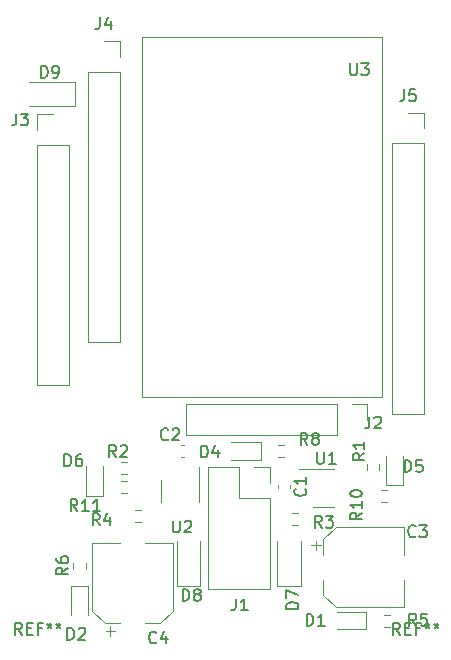
<source format=gbr>
%TF.GenerationSoftware,KiCad,Pcbnew,7.0.9*%
%TF.CreationDate,2024-05-10T23:34:41+03:00*%
%TF.ProjectId,switch emergent,73776974-6368-4206-956d-657267656e74,rev?*%
%TF.SameCoordinates,Original*%
%TF.FileFunction,Legend,Top*%
%TF.FilePolarity,Positive*%
%FSLAX46Y46*%
G04 Gerber Fmt 4.6, Leading zero omitted, Abs format (unit mm)*
G04 Created by KiCad (PCBNEW 7.0.9) date 2024-05-10 23:34:41*
%MOMM*%
%LPD*%
G01*
G04 APERTURE LIST*
%ADD10C,0.150000*%
%ADD11C,0.120000*%
G04 APERTURE END LIST*
D10*
X70033333Y-117359580D02*
X69985714Y-117407200D01*
X69985714Y-117407200D02*
X69842857Y-117454819D01*
X69842857Y-117454819D02*
X69747619Y-117454819D01*
X69747619Y-117454819D02*
X69604762Y-117407200D01*
X69604762Y-117407200D02*
X69509524Y-117311961D01*
X69509524Y-117311961D02*
X69461905Y-117216723D01*
X69461905Y-117216723D02*
X69414286Y-117026247D01*
X69414286Y-117026247D02*
X69414286Y-116883390D01*
X69414286Y-116883390D02*
X69461905Y-116692914D01*
X69461905Y-116692914D02*
X69509524Y-116597676D01*
X69509524Y-116597676D02*
X69604762Y-116502438D01*
X69604762Y-116502438D02*
X69747619Y-116454819D01*
X69747619Y-116454819D02*
X69842857Y-116454819D01*
X69842857Y-116454819D02*
X69985714Y-116502438D01*
X69985714Y-116502438D02*
X70033333Y-116550057D01*
X70890476Y-116788152D02*
X70890476Y-117454819D01*
X70652381Y-116407200D02*
X70414286Y-117121485D01*
X70414286Y-117121485D02*
X71033333Y-117121485D01*
X82761905Y-115954819D02*
X82761905Y-114954819D01*
X82761905Y-114954819D02*
X83000000Y-114954819D01*
X83000000Y-114954819D02*
X83142857Y-115002438D01*
X83142857Y-115002438D02*
X83238095Y-115097676D01*
X83238095Y-115097676D02*
X83285714Y-115192914D01*
X83285714Y-115192914D02*
X83333333Y-115383390D01*
X83333333Y-115383390D02*
X83333333Y-115526247D01*
X83333333Y-115526247D02*
X83285714Y-115716723D01*
X83285714Y-115716723D02*
X83238095Y-115811961D01*
X83238095Y-115811961D02*
X83142857Y-115907200D01*
X83142857Y-115907200D02*
X83000000Y-115954819D01*
X83000000Y-115954819D02*
X82761905Y-115954819D01*
X84285714Y-115954819D02*
X83714286Y-115954819D01*
X84000000Y-115954819D02*
X84000000Y-114954819D01*
X84000000Y-114954819D02*
X83904762Y-115097676D01*
X83904762Y-115097676D02*
X83809524Y-115192914D01*
X83809524Y-115192914D02*
X83714286Y-115240533D01*
X71438095Y-107054819D02*
X71438095Y-107864342D01*
X71438095Y-107864342D02*
X71485714Y-107959580D01*
X71485714Y-107959580D02*
X71533333Y-108007200D01*
X71533333Y-108007200D02*
X71628571Y-108054819D01*
X71628571Y-108054819D02*
X71819047Y-108054819D01*
X71819047Y-108054819D02*
X71914285Y-108007200D01*
X71914285Y-108007200D02*
X71961904Y-107959580D01*
X71961904Y-107959580D02*
X72009523Y-107864342D01*
X72009523Y-107864342D02*
X72009523Y-107054819D01*
X72438095Y-107150057D02*
X72485714Y-107102438D01*
X72485714Y-107102438D02*
X72580952Y-107054819D01*
X72580952Y-107054819D02*
X72819047Y-107054819D01*
X72819047Y-107054819D02*
X72914285Y-107102438D01*
X72914285Y-107102438D02*
X72961904Y-107150057D01*
X72961904Y-107150057D02*
X73009523Y-107245295D01*
X73009523Y-107245295D02*
X73009523Y-107340533D01*
X73009523Y-107340533D02*
X72961904Y-107483390D01*
X72961904Y-107483390D02*
X72390476Y-108054819D01*
X72390476Y-108054819D02*
X73009523Y-108054819D01*
X91983333Y-108359580D02*
X91935714Y-108407200D01*
X91935714Y-108407200D02*
X91792857Y-108454819D01*
X91792857Y-108454819D02*
X91697619Y-108454819D01*
X91697619Y-108454819D02*
X91554762Y-108407200D01*
X91554762Y-108407200D02*
X91459524Y-108311961D01*
X91459524Y-108311961D02*
X91411905Y-108216723D01*
X91411905Y-108216723D02*
X91364286Y-108026247D01*
X91364286Y-108026247D02*
X91364286Y-107883390D01*
X91364286Y-107883390D02*
X91411905Y-107692914D01*
X91411905Y-107692914D02*
X91459524Y-107597676D01*
X91459524Y-107597676D02*
X91554762Y-107502438D01*
X91554762Y-107502438D02*
X91697619Y-107454819D01*
X91697619Y-107454819D02*
X91792857Y-107454819D01*
X91792857Y-107454819D02*
X91935714Y-107502438D01*
X91935714Y-107502438D02*
X91983333Y-107550057D01*
X92316667Y-107454819D02*
X92935714Y-107454819D01*
X92935714Y-107454819D02*
X92602381Y-107835771D01*
X92602381Y-107835771D02*
X92745238Y-107835771D01*
X92745238Y-107835771D02*
X92840476Y-107883390D01*
X92840476Y-107883390D02*
X92888095Y-107931009D01*
X92888095Y-107931009D02*
X92935714Y-108026247D01*
X92935714Y-108026247D02*
X92935714Y-108264342D01*
X92935714Y-108264342D02*
X92888095Y-108359580D01*
X92888095Y-108359580D02*
X92840476Y-108407200D01*
X92840476Y-108407200D02*
X92745238Y-108454819D01*
X92745238Y-108454819D02*
X92459524Y-108454819D01*
X92459524Y-108454819D02*
X92364286Y-108407200D01*
X92364286Y-108407200D02*
X92316667Y-108359580D01*
X82833333Y-100654819D02*
X82500000Y-100178628D01*
X82261905Y-100654819D02*
X82261905Y-99654819D01*
X82261905Y-99654819D02*
X82642857Y-99654819D01*
X82642857Y-99654819D02*
X82738095Y-99702438D01*
X82738095Y-99702438D02*
X82785714Y-99750057D01*
X82785714Y-99750057D02*
X82833333Y-99845295D01*
X82833333Y-99845295D02*
X82833333Y-99988152D01*
X82833333Y-99988152D02*
X82785714Y-100083390D01*
X82785714Y-100083390D02*
X82738095Y-100131009D01*
X82738095Y-100131009D02*
X82642857Y-100178628D01*
X82642857Y-100178628D02*
X82261905Y-100178628D01*
X83404762Y-100083390D02*
X83309524Y-100035771D01*
X83309524Y-100035771D02*
X83261905Y-99988152D01*
X83261905Y-99988152D02*
X83214286Y-99892914D01*
X83214286Y-99892914D02*
X83214286Y-99845295D01*
X83214286Y-99845295D02*
X83261905Y-99750057D01*
X83261905Y-99750057D02*
X83309524Y-99702438D01*
X83309524Y-99702438D02*
X83404762Y-99654819D01*
X83404762Y-99654819D02*
X83595238Y-99654819D01*
X83595238Y-99654819D02*
X83690476Y-99702438D01*
X83690476Y-99702438D02*
X83738095Y-99750057D01*
X83738095Y-99750057D02*
X83785714Y-99845295D01*
X83785714Y-99845295D02*
X83785714Y-99892914D01*
X83785714Y-99892914D02*
X83738095Y-99988152D01*
X83738095Y-99988152D02*
X83690476Y-100035771D01*
X83690476Y-100035771D02*
X83595238Y-100083390D01*
X83595238Y-100083390D02*
X83404762Y-100083390D01*
X83404762Y-100083390D02*
X83309524Y-100131009D01*
X83309524Y-100131009D02*
X83261905Y-100178628D01*
X83261905Y-100178628D02*
X83214286Y-100273866D01*
X83214286Y-100273866D02*
X83214286Y-100464342D01*
X83214286Y-100464342D02*
X83261905Y-100559580D01*
X83261905Y-100559580D02*
X83309524Y-100607200D01*
X83309524Y-100607200D02*
X83404762Y-100654819D01*
X83404762Y-100654819D02*
X83595238Y-100654819D01*
X83595238Y-100654819D02*
X83690476Y-100607200D01*
X83690476Y-100607200D02*
X83738095Y-100559580D01*
X83738095Y-100559580D02*
X83785714Y-100464342D01*
X83785714Y-100464342D02*
X83785714Y-100273866D01*
X83785714Y-100273866D02*
X83738095Y-100178628D01*
X83738095Y-100178628D02*
X83690476Y-100131009D01*
X83690476Y-100131009D02*
X83595238Y-100083390D01*
X63357142Y-106254819D02*
X63023809Y-105778628D01*
X62785714Y-106254819D02*
X62785714Y-105254819D01*
X62785714Y-105254819D02*
X63166666Y-105254819D01*
X63166666Y-105254819D02*
X63261904Y-105302438D01*
X63261904Y-105302438D02*
X63309523Y-105350057D01*
X63309523Y-105350057D02*
X63357142Y-105445295D01*
X63357142Y-105445295D02*
X63357142Y-105588152D01*
X63357142Y-105588152D02*
X63309523Y-105683390D01*
X63309523Y-105683390D02*
X63261904Y-105731009D01*
X63261904Y-105731009D02*
X63166666Y-105778628D01*
X63166666Y-105778628D02*
X62785714Y-105778628D01*
X64309523Y-106254819D02*
X63738095Y-106254819D01*
X64023809Y-106254819D02*
X64023809Y-105254819D01*
X64023809Y-105254819D02*
X63928571Y-105397676D01*
X63928571Y-105397676D02*
X63833333Y-105492914D01*
X63833333Y-105492914D02*
X63738095Y-105540533D01*
X65261904Y-106254819D02*
X64690476Y-106254819D01*
X64976190Y-106254819D02*
X64976190Y-105254819D01*
X64976190Y-105254819D02*
X64880952Y-105397676D01*
X64880952Y-105397676D02*
X64785714Y-105492914D01*
X64785714Y-105492914D02*
X64690476Y-105540533D01*
X66633333Y-101654819D02*
X66300000Y-101178628D01*
X66061905Y-101654819D02*
X66061905Y-100654819D01*
X66061905Y-100654819D02*
X66442857Y-100654819D01*
X66442857Y-100654819D02*
X66538095Y-100702438D01*
X66538095Y-100702438D02*
X66585714Y-100750057D01*
X66585714Y-100750057D02*
X66633333Y-100845295D01*
X66633333Y-100845295D02*
X66633333Y-100988152D01*
X66633333Y-100988152D02*
X66585714Y-101083390D01*
X66585714Y-101083390D02*
X66538095Y-101131009D01*
X66538095Y-101131009D02*
X66442857Y-101178628D01*
X66442857Y-101178628D02*
X66061905Y-101178628D01*
X67014286Y-100750057D02*
X67061905Y-100702438D01*
X67061905Y-100702438D02*
X67157143Y-100654819D01*
X67157143Y-100654819D02*
X67395238Y-100654819D01*
X67395238Y-100654819D02*
X67490476Y-100702438D01*
X67490476Y-100702438D02*
X67538095Y-100750057D01*
X67538095Y-100750057D02*
X67585714Y-100845295D01*
X67585714Y-100845295D02*
X67585714Y-100940533D01*
X67585714Y-100940533D02*
X67538095Y-101083390D01*
X67538095Y-101083390D02*
X66966667Y-101654819D01*
X66966667Y-101654819D02*
X67585714Y-101654819D01*
X86438095Y-68354819D02*
X86438095Y-69164342D01*
X86438095Y-69164342D02*
X86485714Y-69259580D01*
X86485714Y-69259580D02*
X86533333Y-69307200D01*
X86533333Y-69307200D02*
X86628571Y-69354819D01*
X86628571Y-69354819D02*
X86819047Y-69354819D01*
X86819047Y-69354819D02*
X86914285Y-69307200D01*
X86914285Y-69307200D02*
X86961904Y-69259580D01*
X86961904Y-69259580D02*
X87009523Y-69164342D01*
X87009523Y-69164342D02*
X87009523Y-68354819D01*
X87390476Y-68354819D02*
X88009523Y-68354819D01*
X88009523Y-68354819D02*
X87676190Y-68735771D01*
X87676190Y-68735771D02*
X87819047Y-68735771D01*
X87819047Y-68735771D02*
X87914285Y-68783390D01*
X87914285Y-68783390D02*
X87961904Y-68831009D01*
X87961904Y-68831009D02*
X88009523Y-68926247D01*
X88009523Y-68926247D02*
X88009523Y-69164342D01*
X88009523Y-69164342D02*
X87961904Y-69259580D01*
X87961904Y-69259580D02*
X87914285Y-69307200D01*
X87914285Y-69307200D02*
X87819047Y-69354819D01*
X87819047Y-69354819D02*
X87533333Y-69354819D01*
X87533333Y-69354819D02*
X87438095Y-69307200D01*
X87438095Y-69307200D02*
X87390476Y-69259580D01*
X82054819Y-114538094D02*
X81054819Y-114538094D01*
X81054819Y-114538094D02*
X81054819Y-114299999D01*
X81054819Y-114299999D02*
X81102438Y-114157142D01*
X81102438Y-114157142D02*
X81197676Y-114061904D01*
X81197676Y-114061904D02*
X81292914Y-114014285D01*
X81292914Y-114014285D02*
X81483390Y-113966666D01*
X81483390Y-113966666D02*
X81626247Y-113966666D01*
X81626247Y-113966666D02*
X81816723Y-114014285D01*
X81816723Y-114014285D02*
X81911961Y-114061904D01*
X81911961Y-114061904D02*
X82007200Y-114157142D01*
X82007200Y-114157142D02*
X82054819Y-114299999D01*
X82054819Y-114299999D02*
X82054819Y-114538094D01*
X81054819Y-113633332D02*
X81054819Y-112966666D01*
X81054819Y-112966666D02*
X82054819Y-113395237D01*
X65233333Y-107454819D02*
X64900000Y-106978628D01*
X64661905Y-107454819D02*
X64661905Y-106454819D01*
X64661905Y-106454819D02*
X65042857Y-106454819D01*
X65042857Y-106454819D02*
X65138095Y-106502438D01*
X65138095Y-106502438D02*
X65185714Y-106550057D01*
X65185714Y-106550057D02*
X65233333Y-106645295D01*
X65233333Y-106645295D02*
X65233333Y-106788152D01*
X65233333Y-106788152D02*
X65185714Y-106883390D01*
X65185714Y-106883390D02*
X65138095Y-106931009D01*
X65138095Y-106931009D02*
X65042857Y-106978628D01*
X65042857Y-106978628D02*
X64661905Y-106978628D01*
X66090476Y-106788152D02*
X66090476Y-107454819D01*
X65852381Y-106407200D02*
X65614286Y-107121485D01*
X65614286Y-107121485D02*
X66233333Y-107121485D01*
X91016666Y-70544819D02*
X91016666Y-71259104D01*
X91016666Y-71259104D02*
X90969047Y-71401961D01*
X90969047Y-71401961D02*
X90873809Y-71497200D01*
X90873809Y-71497200D02*
X90730952Y-71544819D01*
X90730952Y-71544819D02*
X90635714Y-71544819D01*
X91969047Y-70544819D02*
X91492857Y-70544819D01*
X91492857Y-70544819D02*
X91445238Y-71021009D01*
X91445238Y-71021009D02*
X91492857Y-70973390D01*
X91492857Y-70973390D02*
X91588095Y-70925771D01*
X91588095Y-70925771D02*
X91826190Y-70925771D01*
X91826190Y-70925771D02*
X91921428Y-70973390D01*
X91921428Y-70973390D02*
X91969047Y-71021009D01*
X91969047Y-71021009D02*
X92016666Y-71116247D01*
X92016666Y-71116247D02*
X92016666Y-71354342D01*
X92016666Y-71354342D02*
X91969047Y-71449580D01*
X91969047Y-71449580D02*
X91921428Y-71497200D01*
X91921428Y-71497200D02*
X91826190Y-71544819D01*
X91826190Y-71544819D02*
X91588095Y-71544819D01*
X91588095Y-71544819D02*
X91492857Y-71497200D01*
X91492857Y-71497200D02*
X91445238Y-71449580D01*
X83638095Y-101254819D02*
X83638095Y-102064342D01*
X83638095Y-102064342D02*
X83685714Y-102159580D01*
X83685714Y-102159580D02*
X83733333Y-102207200D01*
X83733333Y-102207200D02*
X83828571Y-102254819D01*
X83828571Y-102254819D02*
X84019047Y-102254819D01*
X84019047Y-102254819D02*
X84114285Y-102207200D01*
X84114285Y-102207200D02*
X84161904Y-102159580D01*
X84161904Y-102159580D02*
X84209523Y-102064342D01*
X84209523Y-102064342D02*
X84209523Y-101254819D01*
X85209523Y-102254819D02*
X84638095Y-102254819D01*
X84923809Y-102254819D02*
X84923809Y-101254819D01*
X84923809Y-101254819D02*
X84828571Y-101397676D01*
X84828571Y-101397676D02*
X84733333Y-101492914D01*
X84733333Y-101492914D02*
X84638095Y-101540533D01*
X90666666Y-116704819D02*
X90333333Y-116228628D01*
X90095238Y-116704819D02*
X90095238Y-115704819D01*
X90095238Y-115704819D02*
X90476190Y-115704819D01*
X90476190Y-115704819D02*
X90571428Y-115752438D01*
X90571428Y-115752438D02*
X90619047Y-115800057D01*
X90619047Y-115800057D02*
X90666666Y-115895295D01*
X90666666Y-115895295D02*
X90666666Y-116038152D01*
X90666666Y-116038152D02*
X90619047Y-116133390D01*
X90619047Y-116133390D02*
X90571428Y-116181009D01*
X90571428Y-116181009D02*
X90476190Y-116228628D01*
X90476190Y-116228628D02*
X90095238Y-116228628D01*
X91095238Y-116181009D02*
X91428571Y-116181009D01*
X91571428Y-116704819D02*
X91095238Y-116704819D01*
X91095238Y-116704819D02*
X91095238Y-115704819D01*
X91095238Y-115704819D02*
X91571428Y-115704819D01*
X92333333Y-116181009D02*
X92000000Y-116181009D01*
X92000000Y-116704819D02*
X92000000Y-115704819D01*
X92000000Y-115704819D02*
X92476190Y-115704819D01*
X93000000Y-115704819D02*
X93000000Y-115942914D01*
X92761905Y-115847676D02*
X93000000Y-115942914D01*
X93000000Y-115942914D02*
X93238095Y-115847676D01*
X92857143Y-116133390D02*
X93000000Y-115942914D01*
X93000000Y-115942914D02*
X93142857Y-116133390D01*
X93761905Y-115704819D02*
X93761905Y-115942914D01*
X93523810Y-115847676D02*
X93761905Y-115942914D01*
X93761905Y-115942914D02*
X94000000Y-115847676D01*
X93619048Y-116133390D02*
X93761905Y-115942914D01*
X93761905Y-115942914D02*
X93904762Y-116133390D01*
X82639580Y-104354166D02*
X82687200Y-104401785D01*
X82687200Y-104401785D02*
X82734819Y-104544642D01*
X82734819Y-104544642D02*
X82734819Y-104639880D01*
X82734819Y-104639880D02*
X82687200Y-104782737D01*
X82687200Y-104782737D02*
X82591961Y-104877975D01*
X82591961Y-104877975D02*
X82496723Y-104925594D01*
X82496723Y-104925594D02*
X82306247Y-104973213D01*
X82306247Y-104973213D02*
X82163390Y-104973213D01*
X82163390Y-104973213D02*
X81972914Y-104925594D01*
X81972914Y-104925594D02*
X81877676Y-104877975D01*
X81877676Y-104877975D02*
X81782438Y-104782737D01*
X81782438Y-104782737D02*
X81734819Y-104639880D01*
X81734819Y-104639880D02*
X81734819Y-104544642D01*
X81734819Y-104544642D02*
X81782438Y-104401785D01*
X81782438Y-104401785D02*
X81830057Y-104354166D01*
X82734819Y-103401785D02*
X82734819Y-103973213D01*
X82734819Y-103687499D02*
X81734819Y-103687499D01*
X81734819Y-103687499D02*
X81877676Y-103782737D01*
X81877676Y-103782737D02*
X81972914Y-103877975D01*
X81972914Y-103877975D02*
X82020533Y-103973213D01*
X58166666Y-72604819D02*
X58166666Y-73319104D01*
X58166666Y-73319104D02*
X58119047Y-73461961D01*
X58119047Y-73461961D02*
X58023809Y-73557200D01*
X58023809Y-73557200D02*
X57880952Y-73604819D01*
X57880952Y-73604819D02*
X57785714Y-73604819D01*
X58547619Y-72604819D02*
X59166666Y-72604819D01*
X59166666Y-72604819D02*
X58833333Y-72985771D01*
X58833333Y-72985771D02*
X58976190Y-72985771D01*
X58976190Y-72985771D02*
X59071428Y-73033390D01*
X59071428Y-73033390D02*
X59119047Y-73081009D01*
X59119047Y-73081009D02*
X59166666Y-73176247D01*
X59166666Y-73176247D02*
X59166666Y-73414342D01*
X59166666Y-73414342D02*
X59119047Y-73509580D01*
X59119047Y-73509580D02*
X59071428Y-73557200D01*
X59071428Y-73557200D02*
X58976190Y-73604819D01*
X58976190Y-73604819D02*
X58690476Y-73604819D01*
X58690476Y-73604819D02*
X58595238Y-73557200D01*
X58595238Y-73557200D02*
X58547619Y-73509580D01*
X65266666Y-64454819D02*
X65266666Y-65169104D01*
X65266666Y-65169104D02*
X65219047Y-65311961D01*
X65219047Y-65311961D02*
X65123809Y-65407200D01*
X65123809Y-65407200D02*
X64980952Y-65454819D01*
X64980952Y-65454819D02*
X64885714Y-65454819D01*
X66171428Y-64788152D02*
X66171428Y-65454819D01*
X65933333Y-64407200D02*
X65695238Y-65121485D01*
X65695238Y-65121485D02*
X66314285Y-65121485D01*
X87654819Y-101341666D02*
X87178628Y-101674999D01*
X87654819Y-101913094D02*
X86654819Y-101913094D01*
X86654819Y-101913094D02*
X86654819Y-101532142D01*
X86654819Y-101532142D02*
X86702438Y-101436904D01*
X86702438Y-101436904D02*
X86750057Y-101389285D01*
X86750057Y-101389285D02*
X86845295Y-101341666D01*
X86845295Y-101341666D02*
X86988152Y-101341666D01*
X86988152Y-101341666D02*
X87083390Y-101389285D01*
X87083390Y-101389285D02*
X87131009Y-101436904D01*
X87131009Y-101436904D02*
X87178628Y-101532142D01*
X87178628Y-101532142D02*
X87178628Y-101913094D01*
X87654819Y-100389285D02*
X87654819Y-100960713D01*
X87654819Y-100674999D02*
X86654819Y-100674999D01*
X86654819Y-100674999D02*
X86797676Y-100770237D01*
X86797676Y-100770237D02*
X86892914Y-100865475D01*
X86892914Y-100865475D02*
X86940533Y-100960713D01*
X88066666Y-98254819D02*
X88066666Y-98969104D01*
X88066666Y-98969104D02*
X88019047Y-99111961D01*
X88019047Y-99111961D02*
X87923809Y-99207200D01*
X87923809Y-99207200D02*
X87780952Y-99254819D01*
X87780952Y-99254819D02*
X87685714Y-99254819D01*
X88495238Y-98350057D02*
X88542857Y-98302438D01*
X88542857Y-98302438D02*
X88638095Y-98254819D01*
X88638095Y-98254819D02*
X88876190Y-98254819D01*
X88876190Y-98254819D02*
X88971428Y-98302438D01*
X88971428Y-98302438D02*
X89019047Y-98350057D01*
X89019047Y-98350057D02*
X89066666Y-98445295D01*
X89066666Y-98445295D02*
X89066666Y-98540533D01*
X89066666Y-98540533D02*
X89019047Y-98683390D01*
X89019047Y-98683390D02*
X88447619Y-99254819D01*
X88447619Y-99254819D02*
X89066666Y-99254819D01*
X71033333Y-100159580D02*
X70985714Y-100207200D01*
X70985714Y-100207200D02*
X70842857Y-100254819D01*
X70842857Y-100254819D02*
X70747619Y-100254819D01*
X70747619Y-100254819D02*
X70604762Y-100207200D01*
X70604762Y-100207200D02*
X70509524Y-100111961D01*
X70509524Y-100111961D02*
X70461905Y-100016723D01*
X70461905Y-100016723D02*
X70414286Y-99826247D01*
X70414286Y-99826247D02*
X70414286Y-99683390D01*
X70414286Y-99683390D02*
X70461905Y-99492914D01*
X70461905Y-99492914D02*
X70509524Y-99397676D01*
X70509524Y-99397676D02*
X70604762Y-99302438D01*
X70604762Y-99302438D02*
X70747619Y-99254819D01*
X70747619Y-99254819D02*
X70842857Y-99254819D01*
X70842857Y-99254819D02*
X70985714Y-99302438D01*
X70985714Y-99302438D02*
X71033333Y-99350057D01*
X71414286Y-99350057D02*
X71461905Y-99302438D01*
X71461905Y-99302438D02*
X71557143Y-99254819D01*
X71557143Y-99254819D02*
X71795238Y-99254819D01*
X71795238Y-99254819D02*
X71890476Y-99302438D01*
X71890476Y-99302438D02*
X71938095Y-99350057D01*
X71938095Y-99350057D02*
X71985714Y-99445295D01*
X71985714Y-99445295D02*
X71985714Y-99540533D01*
X71985714Y-99540533D02*
X71938095Y-99683390D01*
X71938095Y-99683390D02*
X71366667Y-100254819D01*
X71366667Y-100254819D02*
X71985714Y-100254819D01*
X60261905Y-69554819D02*
X60261905Y-68554819D01*
X60261905Y-68554819D02*
X60500000Y-68554819D01*
X60500000Y-68554819D02*
X60642857Y-68602438D01*
X60642857Y-68602438D02*
X60738095Y-68697676D01*
X60738095Y-68697676D02*
X60785714Y-68792914D01*
X60785714Y-68792914D02*
X60833333Y-68983390D01*
X60833333Y-68983390D02*
X60833333Y-69126247D01*
X60833333Y-69126247D02*
X60785714Y-69316723D01*
X60785714Y-69316723D02*
X60738095Y-69411961D01*
X60738095Y-69411961D02*
X60642857Y-69507200D01*
X60642857Y-69507200D02*
X60500000Y-69554819D01*
X60500000Y-69554819D02*
X60261905Y-69554819D01*
X61309524Y-69554819D02*
X61500000Y-69554819D01*
X61500000Y-69554819D02*
X61595238Y-69507200D01*
X61595238Y-69507200D02*
X61642857Y-69459580D01*
X61642857Y-69459580D02*
X61738095Y-69316723D01*
X61738095Y-69316723D02*
X61785714Y-69126247D01*
X61785714Y-69126247D02*
X61785714Y-68745295D01*
X61785714Y-68745295D02*
X61738095Y-68650057D01*
X61738095Y-68650057D02*
X61690476Y-68602438D01*
X61690476Y-68602438D02*
X61595238Y-68554819D01*
X61595238Y-68554819D02*
X61404762Y-68554819D01*
X61404762Y-68554819D02*
X61309524Y-68602438D01*
X61309524Y-68602438D02*
X61261905Y-68650057D01*
X61261905Y-68650057D02*
X61214286Y-68745295D01*
X61214286Y-68745295D02*
X61214286Y-68983390D01*
X61214286Y-68983390D02*
X61261905Y-69078628D01*
X61261905Y-69078628D02*
X61309524Y-69126247D01*
X61309524Y-69126247D02*
X61404762Y-69173866D01*
X61404762Y-69173866D02*
X61595238Y-69173866D01*
X61595238Y-69173866D02*
X61690476Y-69126247D01*
X61690476Y-69126247D02*
X61738095Y-69078628D01*
X61738095Y-69078628D02*
X61785714Y-68983390D01*
X87454819Y-106392857D02*
X86978628Y-106726190D01*
X87454819Y-106964285D02*
X86454819Y-106964285D01*
X86454819Y-106964285D02*
X86454819Y-106583333D01*
X86454819Y-106583333D02*
X86502438Y-106488095D01*
X86502438Y-106488095D02*
X86550057Y-106440476D01*
X86550057Y-106440476D02*
X86645295Y-106392857D01*
X86645295Y-106392857D02*
X86788152Y-106392857D01*
X86788152Y-106392857D02*
X86883390Y-106440476D01*
X86883390Y-106440476D02*
X86931009Y-106488095D01*
X86931009Y-106488095D02*
X86978628Y-106583333D01*
X86978628Y-106583333D02*
X86978628Y-106964285D01*
X87454819Y-105440476D02*
X87454819Y-106011904D01*
X87454819Y-105726190D02*
X86454819Y-105726190D01*
X86454819Y-105726190D02*
X86597676Y-105821428D01*
X86597676Y-105821428D02*
X86692914Y-105916666D01*
X86692914Y-105916666D02*
X86740533Y-106011904D01*
X86454819Y-104821428D02*
X86454819Y-104726190D01*
X86454819Y-104726190D02*
X86502438Y-104630952D01*
X86502438Y-104630952D02*
X86550057Y-104583333D01*
X86550057Y-104583333D02*
X86645295Y-104535714D01*
X86645295Y-104535714D02*
X86835771Y-104488095D01*
X86835771Y-104488095D02*
X87073866Y-104488095D01*
X87073866Y-104488095D02*
X87264342Y-104535714D01*
X87264342Y-104535714D02*
X87359580Y-104583333D01*
X87359580Y-104583333D02*
X87407200Y-104630952D01*
X87407200Y-104630952D02*
X87454819Y-104726190D01*
X87454819Y-104726190D02*
X87454819Y-104821428D01*
X87454819Y-104821428D02*
X87407200Y-104916666D01*
X87407200Y-104916666D02*
X87359580Y-104964285D01*
X87359580Y-104964285D02*
X87264342Y-105011904D01*
X87264342Y-105011904D02*
X87073866Y-105059523D01*
X87073866Y-105059523D02*
X86835771Y-105059523D01*
X86835771Y-105059523D02*
X86645295Y-105011904D01*
X86645295Y-105011904D02*
X86550057Y-104964285D01*
X86550057Y-104964285D02*
X86502438Y-104916666D01*
X86502438Y-104916666D02*
X86454819Y-104821428D01*
X58666666Y-116704819D02*
X58333333Y-116228628D01*
X58095238Y-116704819D02*
X58095238Y-115704819D01*
X58095238Y-115704819D02*
X58476190Y-115704819D01*
X58476190Y-115704819D02*
X58571428Y-115752438D01*
X58571428Y-115752438D02*
X58619047Y-115800057D01*
X58619047Y-115800057D02*
X58666666Y-115895295D01*
X58666666Y-115895295D02*
X58666666Y-116038152D01*
X58666666Y-116038152D02*
X58619047Y-116133390D01*
X58619047Y-116133390D02*
X58571428Y-116181009D01*
X58571428Y-116181009D02*
X58476190Y-116228628D01*
X58476190Y-116228628D02*
X58095238Y-116228628D01*
X59095238Y-116181009D02*
X59428571Y-116181009D01*
X59571428Y-116704819D02*
X59095238Y-116704819D01*
X59095238Y-116704819D02*
X59095238Y-115704819D01*
X59095238Y-115704819D02*
X59571428Y-115704819D01*
X60333333Y-116181009D02*
X60000000Y-116181009D01*
X60000000Y-116704819D02*
X60000000Y-115704819D01*
X60000000Y-115704819D02*
X60476190Y-115704819D01*
X61000000Y-115704819D02*
X61000000Y-115942914D01*
X60761905Y-115847676D02*
X61000000Y-115942914D01*
X61000000Y-115942914D02*
X61238095Y-115847676D01*
X60857143Y-116133390D02*
X61000000Y-115942914D01*
X61000000Y-115942914D02*
X61142857Y-116133390D01*
X61761905Y-115704819D02*
X61761905Y-115942914D01*
X61523810Y-115847676D02*
X61761905Y-115942914D01*
X61761905Y-115942914D02*
X62000000Y-115847676D01*
X61619048Y-116133390D02*
X61761905Y-115942914D01*
X61761905Y-115942914D02*
X61904762Y-116133390D01*
X76766666Y-113654819D02*
X76766666Y-114369104D01*
X76766666Y-114369104D02*
X76719047Y-114511961D01*
X76719047Y-114511961D02*
X76623809Y-114607200D01*
X76623809Y-114607200D02*
X76480952Y-114654819D01*
X76480952Y-114654819D02*
X76385714Y-114654819D01*
X77766666Y-114654819D02*
X77195238Y-114654819D01*
X77480952Y-114654819D02*
X77480952Y-113654819D01*
X77480952Y-113654819D02*
X77385714Y-113797676D01*
X77385714Y-113797676D02*
X77290476Y-113892914D01*
X77290476Y-113892914D02*
X77195238Y-113940533D01*
X72261905Y-113854819D02*
X72261905Y-112854819D01*
X72261905Y-112854819D02*
X72500000Y-112854819D01*
X72500000Y-112854819D02*
X72642857Y-112902438D01*
X72642857Y-112902438D02*
X72738095Y-112997676D01*
X72738095Y-112997676D02*
X72785714Y-113092914D01*
X72785714Y-113092914D02*
X72833333Y-113283390D01*
X72833333Y-113283390D02*
X72833333Y-113426247D01*
X72833333Y-113426247D02*
X72785714Y-113616723D01*
X72785714Y-113616723D02*
X72738095Y-113711961D01*
X72738095Y-113711961D02*
X72642857Y-113807200D01*
X72642857Y-113807200D02*
X72500000Y-113854819D01*
X72500000Y-113854819D02*
X72261905Y-113854819D01*
X73404762Y-113283390D02*
X73309524Y-113235771D01*
X73309524Y-113235771D02*
X73261905Y-113188152D01*
X73261905Y-113188152D02*
X73214286Y-113092914D01*
X73214286Y-113092914D02*
X73214286Y-113045295D01*
X73214286Y-113045295D02*
X73261905Y-112950057D01*
X73261905Y-112950057D02*
X73309524Y-112902438D01*
X73309524Y-112902438D02*
X73404762Y-112854819D01*
X73404762Y-112854819D02*
X73595238Y-112854819D01*
X73595238Y-112854819D02*
X73690476Y-112902438D01*
X73690476Y-112902438D02*
X73738095Y-112950057D01*
X73738095Y-112950057D02*
X73785714Y-113045295D01*
X73785714Y-113045295D02*
X73785714Y-113092914D01*
X73785714Y-113092914D02*
X73738095Y-113188152D01*
X73738095Y-113188152D02*
X73690476Y-113235771D01*
X73690476Y-113235771D02*
X73595238Y-113283390D01*
X73595238Y-113283390D02*
X73404762Y-113283390D01*
X73404762Y-113283390D02*
X73309524Y-113331009D01*
X73309524Y-113331009D02*
X73261905Y-113378628D01*
X73261905Y-113378628D02*
X73214286Y-113473866D01*
X73214286Y-113473866D02*
X73214286Y-113664342D01*
X73214286Y-113664342D02*
X73261905Y-113759580D01*
X73261905Y-113759580D02*
X73309524Y-113807200D01*
X73309524Y-113807200D02*
X73404762Y-113854819D01*
X73404762Y-113854819D02*
X73595238Y-113854819D01*
X73595238Y-113854819D02*
X73690476Y-113807200D01*
X73690476Y-113807200D02*
X73738095Y-113759580D01*
X73738095Y-113759580D02*
X73785714Y-113664342D01*
X73785714Y-113664342D02*
X73785714Y-113473866D01*
X73785714Y-113473866D02*
X73738095Y-113378628D01*
X73738095Y-113378628D02*
X73690476Y-113331009D01*
X73690476Y-113331009D02*
X73595238Y-113283390D01*
X91061905Y-102929819D02*
X91061905Y-101929819D01*
X91061905Y-101929819D02*
X91300000Y-101929819D01*
X91300000Y-101929819D02*
X91442857Y-101977438D01*
X91442857Y-101977438D02*
X91538095Y-102072676D01*
X91538095Y-102072676D02*
X91585714Y-102167914D01*
X91585714Y-102167914D02*
X91633333Y-102358390D01*
X91633333Y-102358390D02*
X91633333Y-102501247D01*
X91633333Y-102501247D02*
X91585714Y-102691723D01*
X91585714Y-102691723D02*
X91538095Y-102786961D01*
X91538095Y-102786961D02*
X91442857Y-102882200D01*
X91442857Y-102882200D02*
X91300000Y-102929819D01*
X91300000Y-102929819D02*
X91061905Y-102929819D01*
X92538095Y-101929819D02*
X92061905Y-101929819D01*
X92061905Y-101929819D02*
X92014286Y-102406009D01*
X92014286Y-102406009D02*
X92061905Y-102358390D01*
X92061905Y-102358390D02*
X92157143Y-102310771D01*
X92157143Y-102310771D02*
X92395238Y-102310771D01*
X92395238Y-102310771D02*
X92490476Y-102358390D01*
X92490476Y-102358390D02*
X92538095Y-102406009D01*
X92538095Y-102406009D02*
X92585714Y-102501247D01*
X92585714Y-102501247D02*
X92585714Y-102739342D01*
X92585714Y-102739342D02*
X92538095Y-102834580D01*
X92538095Y-102834580D02*
X92490476Y-102882200D01*
X92490476Y-102882200D02*
X92395238Y-102929819D01*
X92395238Y-102929819D02*
X92157143Y-102929819D01*
X92157143Y-102929819D02*
X92061905Y-102882200D01*
X92061905Y-102882200D02*
X92014286Y-102834580D01*
X73836905Y-101704819D02*
X73836905Y-100704819D01*
X73836905Y-100704819D02*
X74075000Y-100704819D01*
X74075000Y-100704819D02*
X74217857Y-100752438D01*
X74217857Y-100752438D02*
X74313095Y-100847676D01*
X74313095Y-100847676D02*
X74360714Y-100942914D01*
X74360714Y-100942914D02*
X74408333Y-101133390D01*
X74408333Y-101133390D02*
X74408333Y-101276247D01*
X74408333Y-101276247D02*
X74360714Y-101466723D01*
X74360714Y-101466723D02*
X74313095Y-101561961D01*
X74313095Y-101561961D02*
X74217857Y-101657200D01*
X74217857Y-101657200D02*
X74075000Y-101704819D01*
X74075000Y-101704819D02*
X73836905Y-101704819D01*
X75265476Y-101038152D02*
X75265476Y-101704819D01*
X75027381Y-100657200D02*
X74789286Y-101371485D01*
X74789286Y-101371485D02*
X75408333Y-101371485D01*
X62261905Y-102454819D02*
X62261905Y-101454819D01*
X62261905Y-101454819D02*
X62500000Y-101454819D01*
X62500000Y-101454819D02*
X62642857Y-101502438D01*
X62642857Y-101502438D02*
X62738095Y-101597676D01*
X62738095Y-101597676D02*
X62785714Y-101692914D01*
X62785714Y-101692914D02*
X62833333Y-101883390D01*
X62833333Y-101883390D02*
X62833333Y-102026247D01*
X62833333Y-102026247D02*
X62785714Y-102216723D01*
X62785714Y-102216723D02*
X62738095Y-102311961D01*
X62738095Y-102311961D02*
X62642857Y-102407200D01*
X62642857Y-102407200D02*
X62500000Y-102454819D01*
X62500000Y-102454819D02*
X62261905Y-102454819D01*
X63690476Y-101454819D02*
X63500000Y-101454819D01*
X63500000Y-101454819D02*
X63404762Y-101502438D01*
X63404762Y-101502438D02*
X63357143Y-101550057D01*
X63357143Y-101550057D02*
X63261905Y-101692914D01*
X63261905Y-101692914D02*
X63214286Y-101883390D01*
X63214286Y-101883390D02*
X63214286Y-102264342D01*
X63214286Y-102264342D02*
X63261905Y-102359580D01*
X63261905Y-102359580D02*
X63309524Y-102407200D01*
X63309524Y-102407200D02*
X63404762Y-102454819D01*
X63404762Y-102454819D02*
X63595238Y-102454819D01*
X63595238Y-102454819D02*
X63690476Y-102407200D01*
X63690476Y-102407200D02*
X63738095Y-102359580D01*
X63738095Y-102359580D02*
X63785714Y-102264342D01*
X63785714Y-102264342D02*
X63785714Y-102026247D01*
X63785714Y-102026247D02*
X63738095Y-101931009D01*
X63738095Y-101931009D02*
X63690476Y-101883390D01*
X63690476Y-101883390D02*
X63595238Y-101835771D01*
X63595238Y-101835771D02*
X63404762Y-101835771D01*
X63404762Y-101835771D02*
X63309524Y-101883390D01*
X63309524Y-101883390D02*
X63261905Y-101931009D01*
X63261905Y-101931009D02*
X63214286Y-102026247D01*
X84033333Y-107654819D02*
X83700000Y-107178628D01*
X83461905Y-107654819D02*
X83461905Y-106654819D01*
X83461905Y-106654819D02*
X83842857Y-106654819D01*
X83842857Y-106654819D02*
X83938095Y-106702438D01*
X83938095Y-106702438D02*
X83985714Y-106750057D01*
X83985714Y-106750057D02*
X84033333Y-106845295D01*
X84033333Y-106845295D02*
X84033333Y-106988152D01*
X84033333Y-106988152D02*
X83985714Y-107083390D01*
X83985714Y-107083390D02*
X83938095Y-107131009D01*
X83938095Y-107131009D02*
X83842857Y-107178628D01*
X83842857Y-107178628D02*
X83461905Y-107178628D01*
X84366667Y-106654819D02*
X84985714Y-106654819D01*
X84985714Y-106654819D02*
X84652381Y-107035771D01*
X84652381Y-107035771D02*
X84795238Y-107035771D01*
X84795238Y-107035771D02*
X84890476Y-107083390D01*
X84890476Y-107083390D02*
X84938095Y-107131009D01*
X84938095Y-107131009D02*
X84985714Y-107226247D01*
X84985714Y-107226247D02*
X84985714Y-107464342D01*
X84985714Y-107464342D02*
X84938095Y-107559580D01*
X84938095Y-107559580D02*
X84890476Y-107607200D01*
X84890476Y-107607200D02*
X84795238Y-107654819D01*
X84795238Y-107654819D02*
X84509524Y-107654819D01*
X84509524Y-107654819D02*
X84414286Y-107607200D01*
X84414286Y-107607200D02*
X84366667Y-107559580D01*
X92033333Y-115954819D02*
X91700000Y-115478628D01*
X91461905Y-115954819D02*
X91461905Y-114954819D01*
X91461905Y-114954819D02*
X91842857Y-114954819D01*
X91842857Y-114954819D02*
X91938095Y-115002438D01*
X91938095Y-115002438D02*
X91985714Y-115050057D01*
X91985714Y-115050057D02*
X92033333Y-115145295D01*
X92033333Y-115145295D02*
X92033333Y-115288152D01*
X92033333Y-115288152D02*
X91985714Y-115383390D01*
X91985714Y-115383390D02*
X91938095Y-115431009D01*
X91938095Y-115431009D02*
X91842857Y-115478628D01*
X91842857Y-115478628D02*
X91461905Y-115478628D01*
X92938095Y-114954819D02*
X92461905Y-114954819D01*
X92461905Y-114954819D02*
X92414286Y-115431009D01*
X92414286Y-115431009D02*
X92461905Y-115383390D01*
X92461905Y-115383390D02*
X92557143Y-115335771D01*
X92557143Y-115335771D02*
X92795238Y-115335771D01*
X92795238Y-115335771D02*
X92890476Y-115383390D01*
X92890476Y-115383390D02*
X92938095Y-115431009D01*
X92938095Y-115431009D02*
X92985714Y-115526247D01*
X92985714Y-115526247D02*
X92985714Y-115764342D01*
X92985714Y-115764342D02*
X92938095Y-115859580D01*
X92938095Y-115859580D02*
X92890476Y-115907200D01*
X92890476Y-115907200D02*
X92795238Y-115954819D01*
X92795238Y-115954819D02*
X92557143Y-115954819D01*
X92557143Y-115954819D02*
X92461905Y-115907200D01*
X92461905Y-115907200D02*
X92414286Y-115859580D01*
X62501905Y-117144819D02*
X62501905Y-116144819D01*
X62501905Y-116144819D02*
X62740000Y-116144819D01*
X62740000Y-116144819D02*
X62882857Y-116192438D01*
X62882857Y-116192438D02*
X62978095Y-116287676D01*
X62978095Y-116287676D02*
X63025714Y-116382914D01*
X63025714Y-116382914D02*
X63073333Y-116573390D01*
X63073333Y-116573390D02*
X63073333Y-116716247D01*
X63073333Y-116716247D02*
X63025714Y-116906723D01*
X63025714Y-116906723D02*
X62978095Y-117001961D01*
X62978095Y-117001961D02*
X62882857Y-117097200D01*
X62882857Y-117097200D02*
X62740000Y-117144819D01*
X62740000Y-117144819D02*
X62501905Y-117144819D01*
X63454286Y-116240057D02*
X63501905Y-116192438D01*
X63501905Y-116192438D02*
X63597143Y-116144819D01*
X63597143Y-116144819D02*
X63835238Y-116144819D01*
X63835238Y-116144819D02*
X63930476Y-116192438D01*
X63930476Y-116192438D02*
X63978095Y-116240057D01*
X63978095Y-116240057D02*
X64025714Y-116335295D01*
X64025714Y-116335295D02*
X64025714Y-116430533D01*
X64025714Y-116430533D02*
X63978095Y-116573390D01*
X63978095Y-116573390D02*
X63406667Y-117144819D01*
X63406667Y-117144819D02*
X64025714Y-117144819D01*
X62564819Y-111044166D02*
X62088628Y-111377499D01*
X62564819Y-111615594D02*
X61564819Y-111615594D01*
X61564819Y-111615594D02*
X61564819Y-111234642D01*
X61564819Y-111234642D02*
X61612438Y-111139404D01*
X61612438Y-111139404D02*
X61660057Y-111091785D01*
X61660057Y-111091785D02*
X61755295Y-111044166D01*
X61755295Y-111044166D02*
X61898152Y-111044166D01*
X61898152Y-111044166D02*
X61993390Y-111091785D01*
X61993390Y-111091785D02*
X62041009Y-111139404D01*
X62041009Y-111139404D02*
X62088628Y-111234642D01*
X62088628Y-111234642D02*
X62088628Y-111615594D01*
X61564819Y-110187023D02*
X61564819Y-110377499D01*
X61564819Y-110377499D02*
X61612438Y-110472737D01*
X61612438Y-110472737D02*
X61660057Y-110520356D01*
X61660057Y-110520356D02*
X61802914Y-110615594D01*
X61802914Y-110615594D02*
X61993390Y-110663213D01*
X61993390Y-110663213D02*
X62374342Y-110663213D01*
X62374342Y-110663213D02*
X62469580Y-110615594D01*
X62469580Y-110615594D02*
X62517200Y-110567975D01*
X62517200Y-110567975D02*
X62564819Y-110472737D01*
X62564819Y-110472737D02*
X62564819Y-110282261D01*
X62564819Y-110282261D02*
X62517200Y-110187023D01*
X62517200Y-110187023D02*
X62469580Y-110139404D01*
X62469580Y-110139404D02*
X62374342Y-110091785D01*
X62374342Y-110091785D02*
X62136247Y-110091785D01*
X62136247Y-110091785D02*
X62041009Y-110139404D01*
X62041009Y-110139404D02*
X61993390Y-110187023D01*
X61993390Y-110187023D02*
X61945771Y-110282261D01*
X61945771Y-110282261D02*
X61945771Y-110472737D01*
X61945771Y-110472737D02*
X61993390Y-110567975D01*
X61993390Y-110567975D02*
X62041009Y-110615594D01*
X62041009Y-110615594D02*
X62136247Y-110663213D01*
D11*
%TO.C,C4*%
X66152500Y-116787500D02*
X66152500Y-116000000D01*
X65758750Y-116393750D02*
X66546250Y-116393750D01*
X65654437Y-115760000D02*
X66940000Y-115760000D01*
X65654437Y-115760000D02*
X64590000Y-114695563D01*
X70345563Y-115760000D02*
X69060000Y-115760000D01*
X70345563Y-115760000D02*
X71410000Y-114695563D01*
X64590000Y-114695563D02*
X64590000Y-108940000D01*
X71410000Y-114695563D02*
X71410000Y-108940000D01*
X64590000Y-108940000D02*
X66940000Y-108940000D01*
X71410000Y-108940000D02*
X69060000Y-108940000D01*
%TO.C,D1*%
X87772500Y-116235000D02*
X87772500Y-114765000D01*
X87772500Y-114765000D02*
X85312500Y-114765000D01*
X85312500Y-116235000D02*
X87772500Y-116235000D01*
%TO.C,U2*%
X70440000Y-103650000D02*
X70440000Y-105450000D01*
X73660000Y-105450000D02*
X73660000Y-102500000D01*
%TO.C,C3*%
X83162500Y-109152500D02*
X83950000Y-109152500D01*
X83556250Y-108758750D02*
X83556250Y-109546250D01*
X84190000Y-108654437D02*
X84190000Y-109940000D01*
X84190000Y-108654437D02*
X85254437Y-107590000D01*
X84190000Y-113345563D02*
X84190000Y-112060000D01*
X84190000Y-113345563D02*
X85254437Y-114410000D01*
X85254437Y-107590000D02*
X91010000Y-107590000D01*
X85254437Y-114410000D02*
X91010000Y-114410000D01*
X91010000Y-107590000D02*
X91010000Y-109940000D01*
X91010000Y-114410000D02*
X91010000Y-112060000D01*
%TO.C,R8*%
X80357776Y-100627500D02*
X80867224Y-100627500D01*
X80357776Y-101672500D02*
X80867224Y-101672500D01*
%TO.C,R11*%
X67057776Y-103677500D02*
X67567224Y-103677500D01*
X67057776Y-104722500D02*
X67567224Y-104722500D01*
%TO.C,R2*%
X67057776Y-102077500D02*
X67567224Y-102077500D01*
X67057776Y-103122500D02*
X67567224Y-103122500D01*
%TO.C,U3*%
X68820000Y-66080000D02*
X89140000Y-66080000D01*
X89140000Y-66080000D02*
X89140000Y-96560000D01*
X89140000Y-96560000D02*
X68820000Y-96560000D01*
X68820000Y-96560000D02*
X68820000Y-66080000D01*
%TO.C,D7*%
X80260000Y-112620000D02*
X82260000Y-112620000D01*
X80260000Y-112620000D02*
X80260000Y-108760000D01*
X82260000Y-112620000D02*
X82260000Y-108760000D01*
%TO.C,R4*%
X68754724Y-107172500D02*
X68245276Y-107172500D01*
X68754724Y-106127500D02*
X68245276Y-106127500D01*
%TO.C,J5*%
X90020000Y-75130000D02*
X90020000Y-98050000D01*
X90020000Y-75130000D02*
X92680000Y-75130000D01*
X90020000Y-98050000D02*
X92680000Y-98050000D01*
X91350000Y-72530000D02*
X92680000Y-72530000D01*
X92680000Y-72530000D02*
X92680000Y-73860000D01*
X92680000Y-75130000D02*
X92680000Y-98050000D01*
%TO.C,U1*%
X83300000Y-105910000D02*
X85100000Y-105910000D01*
X85100000Y-102690000D02*
X82150000Y-102690000D01*
%TO.C,C1*%
X81360000Y-104041233D02*
X81360000Y-104333767D01*
X80340000Y-104041233D02*
X80340000Y-104333767D01*
%TO.C,J3*%
X59970000Y-72630000D02*
X61300000Y-72630000D01*
X59970000Y-73960000D02*
X59970000Y-72630000D01*
X59970000Y-75230000D02*
X59970000Y-95610000D01*
X59970000Y-75230000D02*
X62630000Y-75230000D01*
X59970000Y-95610000D02*
X62630000Y-95610000D01*
X62630000Y-75230000D02*
X62630000Y-95610000D01*
%TO.C,J4*%
X64270000Y-69040000D02*
X64270000Y-91960000D01*
X64270000Y-69040000D02*
X66930000Y-69040000D01*
X64270000Y-91960000D02*
X66930000Y-91960000D01*
X65600000Y-66440000D02*
X66930000Y-66440000D01*
X66930000Y-66440000D02*
X66930000Y-67770000D01*
X66930000Y-69040000D02*
X66930000Y-91960000D01*
%TO.C,R1*%
X88922500Y-102232776D02*
X88922500Y-102742224D01*
X87877500Y-102232776D02*
X87877500Y-102742224D01*
%TO.C,J2*%
X87910000Y-97170000D02*
X87910000Y-98500000D01*
X86580000Y-97170000D02*
X87910000Y-97170000D01*
X85310000Y-97170000D02*
X72550000Y-97170000D01*
X85310000Y-97170000D02*
X85310000Y-99830000D01*
X72550000Y-97170000D02*
X72550000Y-99830000D01*
X85310000Y-99830000D02*
X72550000Y-99830000D01*
%TO.C,C2*%
X72383767Y-101710000D02*
X72091233Y-101710000D01*
X72383767Y-100690000D02*
X72091233Y-100690000D01*
%TO.C,D9*%
X63110000Y-71950000D02*
X63110000Y-69950000D01*
X63110000Y-71950000D02*
X59250000Y-71950000D01*
X63110000Y-69950000D02*
X59250000Y-69950000D01*
%TO.C,R10*%
X89554724Y-105522500D02*
X89045276Y-105522500D01*
X89554724Y-104477500D02*
X89045276Y-104477500D01*
%TO.C,J1*%
X74430000Y-102530000D02*
X74430000Y-112810000D01*
X74430000Y-102530000D02*
X77030000Y-102530000D01*
X74430000Y-112810000D02*
X79630000Y-112810000D01*
X77030000Y-102530000D02*
X77030000Y-105130000D01*
X77030000Y-105130000D02*
X79630000Y-105130000D01*
X78300000Y-102530000D02*
X79630000Y-102530000D01*
X79630000Y-102530000D02*
X79630000Y-103860000D01*
X79630000Y-105130000D02*
X79630000Y-112810000D01*
%TO.C,D8*%
X71750000Y-112610000D02*
X73750000Y-112610000D01*
X71750000Y-112610000D02*
X71750000Y-108750000D01*
X73750000Y-112610000D02*
X73750000Y-108750000D01*
%TO.C,D5*%
X89465000Y-104060000D02*
X90935000Y-104060000D01*
X90935000Y-104060000D02*
X90935000Y-101600000D01*
X89465000Y-101600000D02*
X89465000Y-104060000D01*
%TO.C,D4*%
X78860000Y-101885000D02*
X78860000Y-100415000D01*
X78860000Y-100415000D02*
X76400000Y-100415000D01*
X76400000Y-101885000D02*
X78860000Y-101885000D01*
%TO.C,D6*%
X64065000Y-104935000D02*
X65535000Y-104935000D01*
X65535000Y-104935000D02*
X65535000Y-102475000D01*
X64065000Y-102475000D02*
X64065000Y-104935000D01*
%TO.C,R3*%
X82067224Y-107422500D02*
X81557776Y-107422500D01*
X82067224Y-106377500D02*
X81557776Y-106377500D01*
%TO.C,R5*%
X89345276Y-115027500D02*
X89854724Y-115027500D01*
X89345276Y-116072500D02*
X89854724Y-116072500D01*
%TO.C,D2*%
X64275000Y-112605000D02*
X62805000Y-112605000D01*
X62805000Y-112605000D02*
X62805000Y-115065000D01*
X64275000Y-115065000D02*
X64275000Y-112605000D01*
%TO.C,R6*%
X63017500Y-111132224D02*
X63017500Y-110622776D01*
X64062500Y-111132224D02*
X64062500Y-110622776D01*
%TD*%
M02*

</source>
